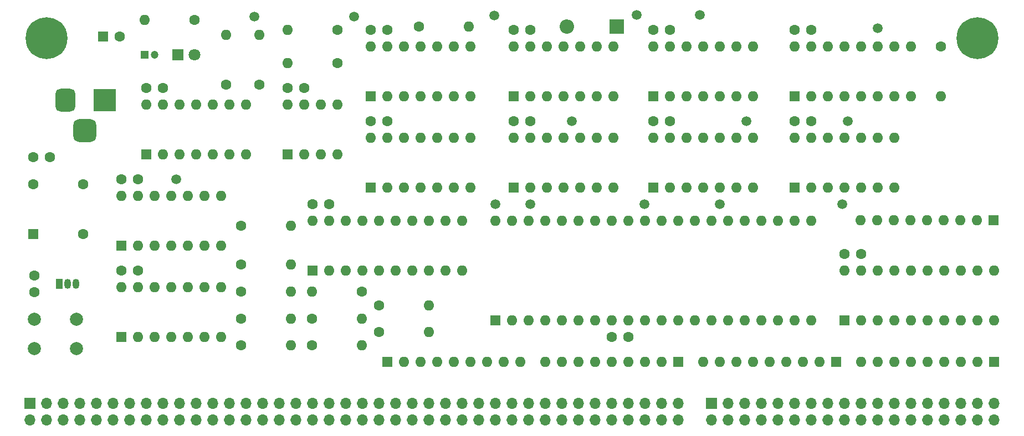
<source format=gbs>
G04 #@! TF.GenerationSoftware,KiCad,Pcbnew,(6.0.7-1)-1*
G04 #@! TF.CreationDate,2022-08-14T21:18:01+02:00*
G04 #@! TF.ProjectId,breakout,62726561-6b6f-4757-942e-6b696361645f,A.26*
G04 #@! TF.SameCoordinates,Original*
G04 #@! TF.FileFunction,Soldermask,Bot*
G04 #@! TF.FilePolarity,Negative*
%FSLAX46Y46*%
G04 Gerber Fmt 4.6, Leading zero omitted, Abs format (unit mm)*
G04 Created by KiCad (PCBNEW (6.0.7-1)-1) date 2022-08-14 21:18:01*
%MOMM*%
%LPD*%
G01*
G04 APERTURE LIST*
G04 Aperture macros list*
%AMRoundRect*
0 Rectangle with rounded corners*
0 $1 Rounding radius*
0 $2 $3 $4 $5 $6 $7 $8 $9 X,Y pos of 4 corners*
0 Add a 4 corners polygon primitive as box body*
4,1,4,$2,$3,$4,$5,$6,$7,$8,$9,$2,$3,0*
0 Add four circle primitives for the rounded corners*
1,1,$1+$1,$2,$3*
1,1,$1+$1,$4,$5*
1,1,$1+$1,$6,$7*
1,1,$1+$1,$8,$9*
0 Add four rect primitives between the rounded corners*
20,1,$1+$1,$2,$3,$4,$5,0*
20,1,$1+$1,$4,$5,$6,$7,0*
20,1,$1+$1,$6,$7,$8,$9,0*
20,1,$1+$1,$8,$9,$2,$3,0*%
G04 Aperture macros list end*
%ADD10C,1.600000*%
%ADD11O,1.600000X1.600000*%
%ADD12C,1.500000*%
%ADD13R,1.600000X1.600000*%
%ADD14R,2.200000X2.200000*%
%ADD15O,2.200000X2.200000*%
%ADD16C,2.000000*%
%ADD17R,1.050000X1.500000*%
%ADD18O,1.050000X1.500000*%
%ADD19R,1.800000X1.800000*%
%ADD20C,1.800000*%
%ADD21C,6.400000*%
%ADD22R,3.500000X3.500000*%
%ADD23RoundRect,0.750000X-0.750000X-1.000000X0.750000X-1.000000X0.750000X1.000000X-0.750000X1.000000X0*%
%ADD24RoundRect,0.875000X-0.875000X-0.875000X0.875000X-0.875000X0.875000X0.875000X-0.875000X0.875000X0*%
%ADD25R,1.200000X1.200000*%
%ADD26C,1.200000*%
%ADD27R,1.700000X1.700000*%
%ADD28O,1.700000X1.700000*%
G04 APERTURE END LIST*
D10*
X53081000Y-68326000D03*
D11*
X45461000Y-68326000D03*
D10*
X45720000Y-78740000D03*
X48220000Y-78740000D03*
D12*
X152044400Y-96494600D03*
D10*
X28468000Y-89281000D03*
X30968000Y-89281000D03*
D12*
X110744000Y-83820000D03*
D10*
X60198000Y-118110000D03*
D11*
X67818000Y-118110000D03*
D12*
X157480000Y-69596000D03*
D10*
X70993000Y-118110000D03*
D11*
X78613000Y-118110000D03*
D10*
X57912000Y-78232000D03*
D11*
X57912000Y-70612000D03*
D10*
X70993000Y-113995200D03*
D11*
X78613000Y-113995200D03*
D13*
X41877500Y-116807500D03*
D11*
X44417500Y-116807500D03*
X46957500Y-116807500D03*
X49497500Y-116807500D03*
X52037500Y-116807500D03*
X54577500Y-116807500D03*
X57117500Y-116807500D03*
X57117500Y-109187500D03*
X54577500Y-109187500D03*
X52037500Y-109187500D03*
X49497500Y-109187500D03*
X46957500Y-109187500D03*
X44417500Y-109187500D03*
X41877500Y-109187500D03*
D13*
X99060000Y-114310000D03*
D11*
X101600000Y-114310000D03*
X104140000Y-114310000D03*
X106680000Y-114310000D03*
X109220000Y-114310000D03*
X111760000Y-114310000D03*
X114300000Y-114310000D03*
X116840000Y-114310000D03*
X119380000Y-114310000D03*
X121920000Y-114310000D03*
X124460000Y-114310000D03*
X127000000Y-114310000D03*
X129540000Y-114310000D03*
X132080000Y-114310000D03*
X134620000Y-114310000D03*
X137160000Y-114310000D03*
X139700000Y-114310000D03*
X142240000Y-114310000D03*
X144780000Y-114310000D03*
X147320000Y-114310000D03*
X147320000Y-99070000D03*
X144780000Y-99070000D03*
X142240000Y-99070000D03*
X139700000Y-99070000D03*
X137160000Y-99070000D03*
X134620000Y-99070000D03*
X132080000Y-99070000D03*
X129540000Y-99070000D03*
X127000000Y-99070000D03*
X124460000Y-99070000D03*
X121920000Y-99070000D03*
X119380000Y-99070000D03*
X116840000Y-99070000D03*
X114300000Y-99070000D03*
X111760000Y-99070000D03*
X109220000Y-99070000D03*
X106680000Y-99070000D03*
X104140000Y-99070000D03*
X101600000Y-99070000D03*
X99060000Y-99070000D03*
D12*
X104394000Y-96520000D03*
X121818400Y-96520000D03*
X130302000Y-67564000D03*
D13*
X151145000Y-120660000D03*
D11*
X148605000Y-120660000D03*
X146065000Y-120660000D03*
X143525000Y-120660000D03*
X140985000Y-120660000D03*
X138445000Y-120660000D03*
X135905000Y-120660000D03*
X133365000Y-120660000D03*
X130825000Y-120660000D03*
D10*
X62992000Y-78232000D03*
D11*
X62992000Y-70612000D03*
D13*
X123185000Y-93970000D03*
D11*
X125725000Y-93970000D03*
X128265000Y-93970000D03*
X130805000Y-93970000D03*
X133345000Y-93970000D03*
X135885000Y-93970000D03*
X138425000Y-93970000D03*
X138425000Y-86350000D03*
X135885000Y-86350000D03*
X133345000Y-86350000D03*
X130805000Y-86350000D03*
X128265000Y-86350000D03*
X125725000Y-86350000D03*
X123185000Y-86350000D03*
D12*
X99060000Y-96520000D03*
D13*
X82550000Y-120660000D03*
D11*
X85090000Y-120660000D03*
X87630000Y-120660000D03*
X90170000Y-120660000D03*
X92710000Y-120660000D03*
X95250000Y-120660000D03*
X97790000Y-120660000D03*
X100330000Y-120660000D03*
X102870000Y-120660000D03*
D14*
X117602000Y-69342000D03*
D15*
X109982000Y-69342000D03*
D13*
X80010000Y-80010000D03*
D11*
X82550000Y-80010000D03*
X85090000Y-80010000D03*
X87630000Y-80010000D03*
X90170000Y-80010000D03*
X92710000Y-80010000D03*
X95250000Y-80010000D03*
X95250000Y-72390000D03*
X92710000Y-72390000D03*
X90170000Y-72390000D03*
X87630000Y-72390000D03*
X85090000Y-72390000D03*
X82550000Y-72390000D03*
X80010000Y-72390000D03*
D13*
X39111000Y-70866000D03*
D10*
X41611000Y-70866000D03*
D13*
X67310000Y-88890000D03*
D11*
X69850000Y-88890000D03*
X72390000Y-88890000D03*
X74930000Y-88890000D03*
X74930000Y-81270000D03*
X72390000Y-81270000D03*
X69850000Y-81270000D03*
X67310000Y-81270000D03*
D13*
X144780000Y-93980000D03*
D11*
X147320000Y-93980000D03*
X149860000Y-93980000D03*
X152400000Y-93980000D03*
X154940000Y-93980000D03*
X157480000Y-93980000D03*
X160020000Y-93980000D03*
X160020000Y-86360000D03*
X157480000Y-86360000D03*
X154940000Y-86360000D03*
X152400000Y-86360000D03*
X149860000Y-86360000D03*
X147320000Y-86360000D03*
X144780000Y-86360000D03*
D10*
X41910000Y-92710000D03*
X44410000Y-92710000D03*
D12*
X120650000Y-67564000D03*
D16*
X28575000Y-118582000D03*
X35075000Y-118582000D03*
X28575000Y-114082000D03*
X35075000Y-114082000D03*
D13*
X175275000Y-120660000D03*
D11*
X172735000Y-120660000D03*
X170195000Y-120660000D03*
X167655000Y-120660000D03*
X165115000Y-120660000D03*
X162575000Y-120660000D03*
X160035000Y-120660000D03*
X157495000Y-120660000D03*
X154955000Y-120660000D03*
D13*
X71120000Y-106680000D03*
D11*
X73660000Y-106680000D03*
X76200000Y-106680000D03*
X78740000Y-106680000D03*
X81280000Y-106680000D03*
X83820000Y-106680000D03*
X86360000Y-106680000D03*
X88900000Y-106680000D03*
X91440000Y-106680000D03*
X93980000Y-106680000D03*
X93980000Y-99060000D03*
X91440000Y-99060000D03*
X88900000Y-99060000D03*
X86360000Y-99060000D03*
X83820000Y-99060000D03*
X81280000Y-99060000D03*
X78740000Y-99060000D03*
X76200000Y-99060000D03*
X73660000Y-99060000D03*
X71120000Y-99060000D03*
D10*
X28575000Y-107442000D03*
X28575000Y-109942000D03*
D17*
X32385000Y-108712000D03*
D18*
X33655000Y-108712000D03*
X34925000Y-108712000D03*
D10*
X60198000Y-113995200D03*
D11*
X67818000Y-113995200D03*
D10*
X87376000Y-69342000D03*
D11*
X94996000Y-69342000D03*
D10*
X123190000Y-83820000D03*
X125690000Y-83820000D03*
D13*
X28448000Y-101092000D03*
D10*
X36068000Y-101092000D03*
X36068000Y-93472000D03*
X28448000Y-93472000D03*
X81280000Y-116078000D03*
D11*
X88900000Y-116078000D03*
D10*
X74930000Y-69850000D03*
D11*
X67310000Y-69850000D03*
D13*
X101849000Y-93970000D03*
D11*
X104389000Y-93970000D03*
X106929000Y-93970000D03*
X109469000Y-93970000D03*
X112009000Y-93970000D03*
X114549000Y-93970000D03*
X117089000Y-93970000D03*
X117089000Y-86350000D03*
X114549000Y-86350000D03*
X112009000Y-86350000D03*
X109469000Y-86350000D03*
X106929000Y-86350000D03*
X104389000Y-86350000D03*
X101849000Y-86350000D03*
D10*
X81280000Y-112014000D03*
D11*
X88900000Y-112014000D03*
D13*
X80010000Y-93980000D03*
D11*
X82550000Y-93980000D03*
X85090000Y-93980000D03*
X87630000Y-93980000D03*
X90170000Y-93980000D03*
X92710000Y-93980000D03*
X95250000Y-93980000D03*
X95250000Y-86360000D03*
X92710000Y-86360000D03*
X90170000Y-86360000D03*
X87630000Y-86360000D03*
X85090000Y-86360000D03*
X82550000Y-86360000D03*
X80010000Y-86360000D03*
D13*
X123185000Y-80000000D03*
D11*
X125725000Y-80000000D03*
X128265000Y-80000000D03*
X130805000Y-80000000D03*
X133345000Y-80000000D03*
X135885000Y-80000000D03*
X138425000Y-80000000D03*
X138425000Y-72380000D03*
X135885000Y-72380000D03*
X133345000Y-72380000D03*
X130805000Y-72380000D03*
X128265000Y-72380000D03*
X125725000Y-72380000D03*
X123185000Y-72380000D03*
D13*
X101849000Y-80000000D03*
D11*
X104389000Y-80000000D03*
X106929000Y-80000000D03*
X109469000Y-80000000D03*
X112009000Y-80000000D03*
X114549000Y-80000000D03*
X117089000Y-80000000D03*
X117089000Y-72380000D03*
X114549000Y-72380000D03*
X112009000Y-72380000D03*
X109469000Y-72380000D03*
X106929000Y-72380000D03*
X104389000Y-72380000D03*
X101849000Y-72380000D03*
D12*
X152908000Y-83820000D03*
X137414000Y-83820000D03*
D10*
X60198000Y-109880400D03*
D11*
X67818000Y-109880400D03*
D10*
X101854000Y-83820000D03*
X104354000Y-83820000D03*
D12*
X62230000Y-67818000D03*
D10*
X80010000Y-83820000D03*
X82510000Y-83820000D03*
X152400000Y-104140000D03*
X154900000Y-104140000D03*
D12*
X50292000Y-92710000D03*
D10*
X101874000Y-69850000D03*
X104374000Y-69850000D03*
D12*
X98907600Y-67665600D03*
D10*
X123185000Y-69850000D03*
X125685000Y-69850000D03*
X60198000Y-105765600D03*
D11*
X67818000Y-105765600D03*
D19*
X50541000Y-73660000D03*
D20*
X53081000Y-73660000D03*
D10*
X78613000Y-109880400D03*
D11*
X70993000Y-109880400D03*
D12*
X77470000Y-67818000D03*
D21*
X172720000Y-71120000D03*
D10*
X74930000Y-74930000D03*
D11*
X67310000Y-74930000D03*
D10*
X71120000Y-96520000D03*
X73620000Y-96520000D03*
D13*
X45715000Y-88890000D03*
D11*
X48255000Y-88890000D03*
X50795000Y-88890000D03*
X53335000Y-88890000D03*
X55875000Y-88890000D03*
X58415000Y-88890000D03*
X60955000Y-88890000D03*
X60955000Y-81270000D03*
X58415000Y-81270000D03*
X55875000Y-81270000D03*
X53335000Y-81270000D03*
X50795000Y-81270000D03*
X48255000Y-81270000D03*
X45715000Y-81270000D03*
D22*
X39350200Y-80576500D03*
D23*
X33350200Y-80576500D03*
D24*
X36350200Y-85276500D03*
D13*
X41910000Y-102870000D03*
D11*
X44450000Y-102870000D03*
X46990000Y-102870000D03*
X49530000Y-102870000D03*
X52070000Y-102870000D03*
X54610000Y-102870000D03*
X57150000Y-102870000D03*
X57150000Y-95250000D03*
X54610000Y-95250000D03*
X52070000Y-95250000D03*
X49530000Y-95250000D03*
X46990000Y-95250000D03*
X44450000Y-95250000D03*
X41910000Y-95250000D03*
D21*
X30480000Y-71120000D03*
D25*
X45461000Y-73660000D03*
D26*
X46961000Y-73660000D03*
D12*
X133350000Y-96520000D03*
D13*
X144795000Y-80000000D03*
D11*
X147335000Y-80000000D03*
X149875000Y-80000000D03*
X152415000Y-80000000D03*
X154955000Y-80000000D03*
X157495000Y-80000000D03*
X160035000Y-80000000D03*
X162575000Y-80000000D03*
X162575000Y-72380000D03*
X160035000Y-72380000D03*
X157495000Y-72380000D03*
X154955000Y-72380000D03*
X152415000Y-72380000D03*
X149875000Y-72380000D03*
X147335000Y-72380000D03*
X144795000Y-72380000D03*
D10*
X167132000Y-72390000D03*
D11*
X167132000Y-80010000D03*
D13*
X127000000Y-120660000D03*
D11*
X124460000Y-120660000D03*
X121920000Y-120660000D03*
X119380000Y-120660000D03*
X116840000Y-120660000D03*
X114300000Y-120660000D03*
X111760000Y-120660000D03*
X109220000Y-120660000D03*
X106680000Y-120660000D03*
D10*
X80005000Y-69850000D03*
X82505000Y-69850000D03*
X41942500Y-106647500D03*
X44442500Y-106647500D03*
X116840000Y-116850000D03*
X119340000Y-116850000D03*
D13*
X152400000Y-114310000D03*
D11*
X154940000Y-114310000D03*
X157480000Y-114310000D03*
X160020000Y-114310000D03*
X162560000Y-114310000D03*
X165100000Y-114310000D03*
X167640000Y-114310000D03*
X170180000Y-114310000D03*
X172720000Y-114310000D03*
X175260000Y-114310000D03*
X175260000Y-106690000D03*
X172720000Y-106690000D03*
X170180000Y-106690000D03*
X167640000Y-106690000D03*
X165100000Y-106690000D03*
X162560000Y-106690000D03*
X160020000Y-106690000D03*
X157480000Y-106690000D03*
X154940000Y-106690000D03*
X152400000Y-106690000D03*
D10*
X144780000Y-83820000D03*
X147280000Y-83820000D03*
X144780000Y-69850000D03*
X147280000Y-69850000D03*
X60198000Y-99822000D03*
D11*
X67818000Y-99822000D03*
D10*
X67310000Y-78740000D03*
X69810000Y-78740000D03*
D13*
X175183800Y-98983800D03*
D11*
X172643800Y-98983800D03*
X170103800Y-98983800D03*
X167563800Y-98983800D03*
X165023800Y-98983800D03*
X162483800Y-98983800D03*
X159943800Y-98983800D03*
X157403800Y-98983800D03*
X154863800Y-98983800D03*
D27*
X132080000Y-127000000D03*
D28*
X132080000Y-129540000D03*
X134620000Y-127000000D03*
X134620000Y-129540000D03*
X137160000Y-127000000D03*
X137160000Y-129540000D03*
X139700000Y-127000000D03*
X139700000Y-129540000D03*
X142240000Y-127000000D03*
X142240000Y-129540000D03*
X144780000Y-127000000D03*
X144780000Y-129540000D03*
X147320000Y-127000000D03*
X147320000Y-129540000D03*
X149860000Y-127000000D03*
X149860000Y-129540000D03*
X152400000Y-127000000D03*
X152400000Y-129540000D03*
X154940000Y-127000000D03*
X154940000Y-129540000D03*
X157480000Y-127000000D03*
X157480000Y-129540000D03*
X160020000Y-127000000D03*
X160020000Y-129540000D03*
X162560000Y-127000000D03*
X162560000Y-129540000D03*
X165100000Y-127000000D03*
X165100000Y-129540000D03*
X167640000Y-127000000D03*
X167640000Y-129540000D03*
X170180000Y-127000000D03*
X170180000Y-129540000D03*
X172720000Y-127000000D03*
X172720000Y-129540000D03*
X175260000Y-127000000D03*
X175260000Y-129540000D03*
D27*
X27940000Y-127000000D03*
D28*
X27940000Y-129540000D03*
X30480000Y-127000000D03*
X30480000Y-129540000D03*
X33020000Y-127000000D03*
X33020000Y-129540000D03*
X35560000Y-127000000D03*
X35560000Y-129540000D03*
X38100000Y-127000000D03*
X38100000Y-129540000D03*
X40640000Y-127000000D03*
X40640000Y-129540000D03*
X43180000Y-127000000D03*
X43180000Y-129540000D03*
X45720000Y-127000000D03*
X45720000Y-129540000D03*
X48260000Y-127000000D03*
X48260000Y-129540000D03*
X50800000Y-127000000D03*
X50800000Y-129540000D03*
X53340000Y-127000000D03*
X53340000Y-129540000D03*
X55880000Y-127000000D03*
X55880000Y-129540000D03*
X58420000Y-127000000D03*
X58420000Y-129540000D03*
X60960000Y-127000000D03*
X60960000Y-129540000D03*
X63500000Y-127000000D03*
X63500000Y-129540000D03*
X66040000Y-127000000D03*
X66040000Y-129540000D03*
X68580000Y-127000000D03*
X68580000Y-129540000D03*
X71120000Y-127000000D03*
X71120000Y-129540000D03*
X73660000Y-127000000D03*
X73660000Y-129540000D03*
X76200000Y-127000000D03*
X76200000Y-129540000D03*
X78740000Y-127000000D03*
X78740000Y-129540000D03*
X81280000Y-127000000D03*
X81280000Y-129540000D03*
X83820000Y-127000000D03*
X83820000Y-129540000D03*
X86360000Y-127000000D03*
X86360000Y-129540000D03*
X88900000Y-127000000D03*
X88900000Y-129540000D03*
X91440000Y-127000000D03*
X91440000Y-129540000D03*
X93980000Y-127000000D03*
X93980000Y-129540000D03*
X96520000Y-127000000D03*
X96520000Y-129540000D03*
X99060000Y-127000000D03*
X99060000Y-129540000D03*
X101600000Y-127000000D03*
X101600000Y-129540000D03*
X104140000Y-127000000D03*
X104140000Y-129540000D03*
X106680000Y-127000000D03*
X106680000Y-129540000D03*
X109220000Y-127000000D03*
X109220000Y-129540000D03*
X111760000Y-127000000D03*
X111760000Y-129540000D03*
X114300000Y-127000000D03*
X114300000Y-129540000D03*
X116840000Y-127000000D03*
X116840000Y-129540000D03*
X119380000Y-127000000D03*
X119380000Y-129540000D03*
X121920000Y-127000000D03*
X121920000Y-129540000D03*
X124460000Y-127000000D03*
X124460000Y-129540000D03*
X127000000Y-127000000D03*
X127000000Y-129540000D03*
M02*

</source>
